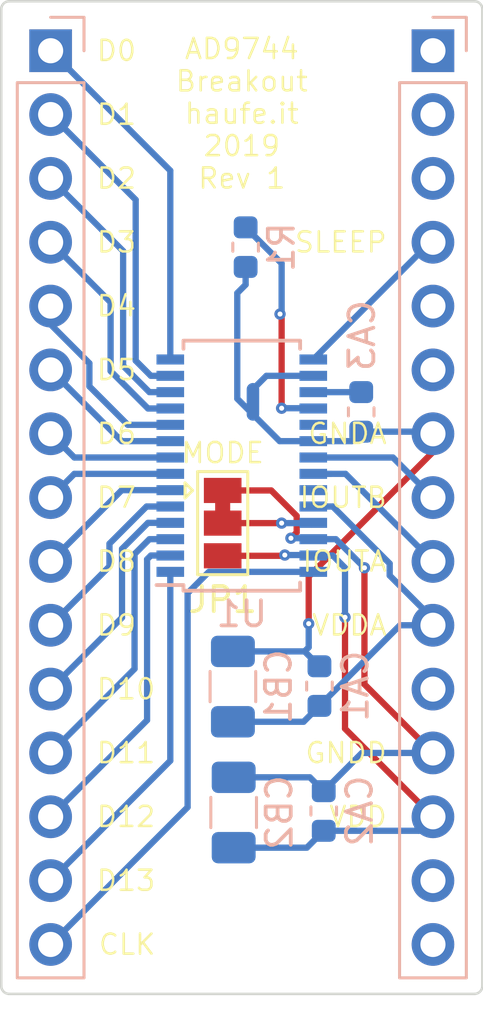
<source format=kicad_pcb>
(kicad_pcb (version 20171130) (host pcbnew 5.1.2+dfsg1-1)

  (general
    (thickness 1.6002)
    (drawings 32)
    (tracks 137)
    (zones 0)
    (modules 11)
    (nets 27)
  )

  (page A4)
  (title_block
    (title "AD9744 Breakout")
    (date 2019-08-01)
    (rev 1)
    (company haufe.it)
  )

  (layers
    (0 Front signal)
    (31 Back signal)
    (34 B.Paste user)
    (35 F.Paste user)
    (36 B.SilkS user)
    (37 F.SilkS user)
    (38 B.Mask user)
    (39 F.Mask user)
    (44 Edge.Cuts user)
    (45 Margin user)
    (46 B.CrtYd user)
    (47 F.CrtYd user)
    (48 B.Fab user)
    (49 F.Fab user)
  )

  (setup
    (last_trace_width 0.25)
    (user_trace_width 0.1)
    (user_trace_width 0.2)
    (user_trace_width 0.5)
    (trace_clearance 0.25)
    (zone_clearance 0.508)
    (zone_45_only no)
    (trace_min 0.1)
    (via_size 0.8)
    (via_drill 0.4)
    (via_min_size 0.45)
    (via_min_drill 0.2)
    (user_via 0.45 0.2)
    (user_via 0.8 0.4)
    (uvia_size 0.8)
    (uvia_drill 0.4)
    (uvias_allowed no)
    (uvia_min_size 0)
    (uvia_min_drill 0)
    (edge_width 0.1)
    (segment_width 0.1)
    (pcb_text_width 0.3)
    (pcb_text_size 1.5 1.5)
    (mod_edge_width 0.1)
    (mod_text_size 0.8 0.8)
    (mod_text_width 0.1)
    (pad_size 1.524 1.524)
    (pad_drill 0.762)
    (pad_to_mask_clearance 0)
    (solder_mask_min_width 0.1)
    (aux_axis_origin 0 0)
    (grid_origin 144.78 106.51)
    (visible_elements FFFFFF7F)
    (pcbplotparams
      (layerselection 0x010fc_ffffffff)
      (usegerberextensions false)
      (usegerberattributes false)
      (usegerberadvancedattributes false)
      (creategerberjobfile false)
      (excludeedgelayer true)
      (linewidth 0.152400)
      (plotframeref false)
      (viasonmask false)
      (mode 1)
      (useauxorigin false)
      (hpglpennumber 1)
      (hpglpenspeed 20)
      (hpglpendiameter 15.000000)
      (psnegative false)
      (psa4output false)
      (plotreference true)
      (plotvalue false)
      (plotinvisibletext false)
      (padsonsilk false)
      (subtractmaskfromsilk true)
      (outputformat 1)
      (mirror false)
      (drillshape 0)
      (scaleselection 1)
      (outputdirectory "./gerbers_for_aisler"))
  )

  (net 0 "")
  (net 1 GNDD)
  (net 2 GNDA)
  (net 3 VDD)
  (net 4 VDDA)
  (net 5 /CLK)
  (net 6 /MODE)
  (net 7 /IOUTA)
  (net 8 /IOUTB)
  (net 9 /FS_ADJ)
  (net 10 /REFIO)
  (net 11 /REFLO)
  (net 12 /D0)
  (net 13 /D1)
  (net 14 /D2)
  (net 15 /D3)
  (net 16 /D4)
  (net 17 /D5)
  (net 18 /D6)
  (net 19 /D7)
  (net 20 /D8)
  (net 21 /D9)
  (net 22 /D10)
  (net 23 /D11)
  (net 24 /D12)
  (net 25 /D13)
  (net 26 /SLEEP)

  (net_class Default "This is the default net class."
    (clearance 0.25)
    (trace_width 0.25)
    (via_dia 0.8)
    (via_drill 0.4)
    (uvia_dia 0.8)
    (uvia_drill 0.4)
    (diff_pair_width 0.25)
    (diff_pair_gap 0.25)
    (add_net /CLK)
    (add_net /D0)
    (add_net /D1)
    (add_net /D10)
    (add_net /D11)
    (add_net /D12)
    (add_net /D13)
    (add_net /D2)
    (add_net /D3)
    (add_net /D4)
    (add_net /D5)
    (add_net /D6)
    (add_net /D7)
    (add_net /D8)
    (add_net /D9)
    (add_net /FS_ADJ)
    (add_net /IOUTA)
    (add_net /IOUTB)
    (add_net /MODE)
    (add_net /REFIO)
    (add_net /REFLO)
    (add_net /SLEEP)
    (add_net GNDA)
    (add_net GNDD)
    (add_net VDD)
    (add_net VDDA)
  )

  (net_class Min ""
    (clearance 0.1)
    (trace_width 0.1)
    (via_dia 0.45)
    (via_drill 0.2)
    (uvia_dia 0.45)
    (uvia_drill 0.2)
    (diff_pair_width 0.12)
    (diff_pair_gap 0.12)
  )

  (module NetTie:NetTie-2_SMD_Pad0.5mm (layer Back) (tedit 5D42D71B) (tstamp 5D42D693)
    (at 145.2245 103.97 270)
    (descr "Net tie, 2 pin, 0.5mm square SMD pads")
    (tags "net tie")
    (path /5D46ED50)
    (attr virtual)
    (fp_text reference NT1 (at 0 1.2 90) (layer B.SilkS) hide
      (effects (font (size 1 1) (thickness 0.15)) (justify mirror))
    )
    (fp_text value ~ (at 0 -1.2 90) (layer B.Fab)
      (effects (font (size 1 1) (thickness 0.15)) (justify mirror))
    )
    (fp_poly (pts (xy -0.5 0.25) (xy 0.5 0.25) (xy 0.5 -0.25) (xy -0.5 -0.25)) (layer Back) (width 0))
    (pad 2 smd circle (at 0.5 0 270) (size 0.5 0.5) (layers Back)
      (net 2 GNDA))
    (pad 1 smd circle (at -0.5 0 270) (size 0.5 0.5) (layers Back)
      (net 11 /REFLO))
  )

  (module Resistor_SMD:R_0603_1608Metric (layer Back) (tedit 5B301BBD) (tstamp 5D42CEFE)
    (at 144.9324 97.8154 90)
    (descr "Resistor SMD 0603 (1608 Metric), square (rectangular) end terminal, IPC_7351 nominal, (Body size source: http://www.tortai-tech.com/upload/download/2011102023233369053.pdf), generated with kicad-footprint-generator")
    (tags resistor)
    (path /5D44DC47)
    (attr smd)
    (fp_text reference R1 (at 0 1.43 90) (layer B.SilkS)
      (effects (font (size 1 1) (thickness 0.15)) (justify mirror))
    )
    (fp_text value 2k (at 0 1.447 90) (layer B.Fab)
      (effects (font (size 1 1) (thickness 0.15)) (justify mirror))
    )
    (fp_text user %R (at 0 0 90) (layer B.Fab)
      (effects (font (size 0.4 0.4) (thickness 0.06)) (justify mirror))
    )
    (fp_line (start 1.48 -0.73) (end -1.48 -0.73) (layer B.CrtYd) (width 0.05))
    (fp_line (start 1.48 0.73) (end 1.48 -0.73) (layer B.CrtYd) (width 0.05))
    (fp_line (start -1.48 0.73) (end 1.48 0.73) (layer B.CrtYd) (width 0.05))
    (fp_line (start -1.48 -0.73) (end -1.48 0.73) (layer B.CrtYd) (width 0.05))
    (fp_line (start -0.162779 -0.51) (end 0.162779 -0.51) (layer B.SilkS) (width 0.12))
    (fp_line (start -0.162779 0.51) (end 0.162779 0.51) (layer B.SilkS) (width 0.12))
    (fp_line (start 0.8 -0.4) (end -0.8 -0.4) (layer B.Fab) (width 0.1))
    (fp_line (start 0.8 0.4) (end 0.8 -0.4) (layer B.Fab) (width 0.1))
    (fp_line (start -0.8 0.4) (end 0.8 0.4) (layer B.Fab) (width 0.1))
    (fp_line (start -0.8 -0.4) (end -0.8 0.4) (layer B.Fab) (width 0.1))
    (pad 2 smd roundrect (at 0.7875 0 90) (size 0.875 0.95) (layers Back B.Paste B.Mask) (roundrect_rratio 0.25)
      (net 9 /FS_ADJ))
    (pad 1 smd roundrect (at -0.7875 0 90) (size 0.875 0.95) (layers Back B.Paste B.Mask) (roundrect_rratio 0.25)
      (net 2 GNDA))
    (model ${KISYS3DMOD}/Resistor_SMD.3dshapes/R_0603_1608Metric.wrl
      (at (xyz 0 0 0))
      (scale (xyz 1 1 1))
      (rotate (xyz 0 0 0))
    )
  )

  (module Connector_PinHeader_2.54mm:PinHeader_1x15_P2.54mm_Vertical locked (layer Back) (tedit 59FED5CC) (tstamp 5D41AA25)
    (at 152.4 90 180)
    (descr "Through hole straight pin header, 1x15, 2.54mm pitch, single row")
    (tags "Through hole pin header THT 1x15 2.54mm single row")
    (path /5D42D229)
    (fp_text reference J2 (at 0 2.33) (layer B.SilkS) hide
      (effects (font (size 1 1) (thickness 0.15)) (justify mirror))
    )
    (fp_text value ~ (at 0 -35.35) (layer B.Fab)
      (effects (font (size 1 1) (thickness 0.15)) (justify mirror))
    )
    (fp_text user %R (at 0 -16.51 270) (layer B.Fab)
      (effects (font (size 1 1) (thickness 0.15)) (justify mirror))
    )
    (fp_line (start 1.8 1.8) (end -1.8 1.8) (layer B.CrtYd) (width 0.05))
    (fp_line (start 1.8 -37.35) (end 1.8 1.8) (layer B.CrtYd) (width 0.05))
    (fp_line (start -1.8 -37.35) (end 1.8 -37.35) (layer B.CrtYd) (width 0.05))
    (fp_line (start -1.8 1.8) (end -1.8 -37.35) (layer B.CrtYd) (width 0.05))
    (fp_line (start -1.33 1.33) (end 0 1.33) (layer B.SilkS) (width 0.12))
    (fp_line (start -1.33 0) (end -1.33 1.33) (layer B.SilkS) (width 0.12))
    (fp_line (start -1.33 -1.27) (end 1.33 -1.27) (layer B.SilkS) (width 0.12))
    (fp_line (start 1.33 -1.27) (end 1.33 -36.89) (layer B.SilkS) (width 0.12))
    (fp_line (start -1.33 -1.27) (end -1.33 -36.89) (layer B.SilkS) (width 0.12))
    (fp_line (start -1.33 -36.89) (end 1.33 -36.89) (layer B.SilkS) (width 0.12))
    (fp_line (start -1.27 0.635) (end -0.635 1.27) (layer B.Fab) (width 0.1))
    (fp_line (start -1.27 -36.83) (end -1.27 0.635) (layer B.Fab) (width 0.1))
    (fp_line (start 1.27 -36.83) (end -1.27 -36.83) (layer B.Fab) (width 0.1))
    (fp_line (start 1.27 1.27) (end 1.27 -36.83) (layer B.Fab) (width 0.1))
    (fp_line (start -0.635 1.27) (end 1.27 1.27) (layer B.Fab) (width 0.1))
    (pad 15 thru_hole oval (at 0 -35.56 180) (size 1.7 1.7) (drill 1) (layers *.Cu *.Mask))
    (pad 14 thru_hole oval (at 0 -33.02 180) (size 1.7 1.7) (drill 1) (layers *.Cu *.Mask))
    (pad 13 thru_hole oval (at 0 -30.48 180) (size 1.7 1.7) (drill 1) (layers *.Cu *.Mask)
      (net 3 VDD))
    (pad 12 thru_hole oval (at 0 -27.94 180) (size 1.7 1.7) (drill 1) (layers *.Cu *.Mask)
      (net 1 GNDD))
    (pad 11 thru_hole oval (at 0 -25.4 180) (size 1.7 1.7) (drill 1) (layers *.Cu *.Mask))
    (pad 10 thru_hole oval (at 0 -22.86 180) (size 1.7 1.7) (drill 1) (layers *.Cu *.Mask)
      (net 4 VDDA))
    (pad 9 thru_hole oval (at 0 -20.32 180) (size 1.7 1.7) (drill 1) (layers *.Cu *.Mask)
      (net 7 /IOUTA))
    (pad 8 thru_hole oval (at 0 -17.78 180) (size 1.7 1.7) (drill 1) (layers *.Cu *.Mask)
      (net 8 /IOUTB))
    (pad 7 thru_hole oval (at 0 -15.24 180) (size 1.7 1.7) (drill 1) (layers *.Cu *.Mask)
      (net 2 GNDA))
    (pad 6 thru_hole oval (at 0 -12.7 180) (size 1.7 1.7) (drill 1) (layers *.Cu *.Mask))
    (pad 5 thru_hole oval (at 0 -10.16 180) (size 1.7 1.7) (drill 1) (layers *.Cu *.Mask))
    (pad 4 thru_hole oval (at 0 -7.62 180) (size 1.7 1.7) (drill 1) (layers *.Cu *.Mask)
      (net 26 /SLEEP))
    (pad 3 thru_hole oval (at 0 -5.08 180) (size 1.7 1.7) (drill 1) (layers *.Cu *.Mask))
    (pad 2 thru_hole oval (at 0 -2.54 180) (size 1.7 1.7) (drill 1) (layers *.Cu *.Mask))
    (pad 1 thru_hole rect (at 0 0 180) (size 1.7 1.7) (drill 1) (layers *.Cu *.Mask))
    (model ${KISYS3DMOD}/Connector_PinHeader_2.54mm.3dshapes/PinHeader_1x15_P2.54mm_Vertical.wrl
      (at (xyz 0 0 0))
      (scale (xyz 1 1 1))
      (rotate (xyz 0 0 0))
    )
  )

  (module Jumper:SolderJumper-3_P1.3mm_Bridged12_Pad1.0x1.5mm (layer Front) (tedit 5C756B4C) (tstamp 5D42C0C5)
    (at 144.018 108.796 270)
    (descr "SMD Solder 3-pad Jumper, 1x1.5mm Pads, 0.3mm gap, pads 1-2 bridged with 1 copper strip")
    (tags "solder jumper open")
    (path /5D4340FD)
    (attr virtual)
    (fp_text reference JP1 (at 3.048 0 180) (layer F.SilkS)
      (effects (font (size 1 1) (thickness 0.15)))
    )
    (fp_text value SolderJumper_3_Bridged12 (at 0 2 90) (layer F.Fab) hide
      (effects (font (size 1 1) (thickness 0.15)))
    )
    (fp_poly (pts (xy -0.9 -0.3) (xy -0.4 -0.3) (xy -0.4 0.3) (xy -0.9 0.3)) (layer Front) (width 0))
    (fp_line (start 2.3 1.25) (end -2.3 1.25) (layer F.CrtYd) (width 0.05))
    (fp_line (start 2.3 1.25) (end 2.3 -1.25) (layer F.CrtYd) (width 0.05))
    (fp_line (start -2.3 -1.25) (end -2.3 1.25) (layer F.CrtYd) (width 0.05))
    (fp_line (start -2.3 -1.25) (end 2.3 -1.25) (layer F.CrtYd) (width 0.05))
    (fp_line (start -2.05 -1) (end 2.05 -1) (layer F.SilkS) (width 0.12))
    (fp_line (start 2.05 -1) (end 2.05 1) (layer F.SilkS) (width 0.12))
    (fp_line (start 2.05 1) (end -2.05 1) (layer F.SilkS) (width 0.12))
    (fp_line (start -2.05 1) (end -2.05 -1) (layer F.SilkS) (width 0.12))
    (fp_line (start -1.3 1.2) (end -1.6 1.5) (layer F.SilkS) (width 0.12))
    (fp_line (start -1.6 1.5) (end -1 1.5) (layer F.SilkS) (width 0.12))
    (fp_line (start -1.3 1.2) (end -1 1.5) (layer F.SilkS) (width 0.12))
    (pad 2 smd rect (at 0 0 270) (size 1 1.5) (layers Front F.Mask)
      (net 6 /MODE))
    (pad 3 smd rect (at 1.3 0 270) (size 1 1.5) (layers Front F.Mask)
      (net 3 VDD))
    (pad 1 smd rect (at -1.3 0 270) (size 1 1.5) (layers Front F.Mask)
      (net 1 GNDD))
  )

  (module Capacitor_SMD:C_0603_1608Metric (layer Back) (tedit 5B301BBE) (tstamp 5D41C862)
    (at 149.54 104.37 90)
    (descr "Capacitor SMD 0603 (1608 Metric), square (rectangular) end terminal, IPC_7351 nominal, (Body size source: http://www.tortai-tech.com/upload/download/2011102023233369053.pdf), generated with kicad-footprint-generator")
    (tags capacitor)
    (path /5D46B27F)
    (attr smd)
    (fp_text reference CA3 (at 3.04 0.03 90) (layer B.SilkS)
      (effects (font (size 1 1) (thickness 0.15)) (justify mirror))
    )
    (fp_text value 100n (at 0 -1.43 90) (layer B.Fab)
      (effects (font (size 1 1) (thickness 0.15)) (justify mirror))
    )
    (fp_text user %R (at 0 0 90) (layer B.Fab)
      (effects (font (size 0.4 0.4) (thickness 0.06)) (justify mirror))
    )
    (fp_line (start 1.48 -0.73) (end -1.48 -0.73) (layer B.CrtYd) (width 0.05))
    (fp_line (start 1.48 0.73) (end 1.48 -0.73) (layer B.CrtYd) (width 0.05))
    (fp_line (start -1.48 0.73) (end 1.48 0.73) (layer B.CrtYd) (width 0.05))
    (fp_line (start -1.48 -0.73) (end -1.48 0.73) (layer B.CrtYd) (width 0.05))
    (fp_line (start -0.162779 -0.51) (end 0.162779 -0.51) (layer B.SilkS) (width 0.12))
    (fp_line (start -0.162779 0.51) (end 0.162779 0.51) (layer B.SilkS) (width 0.12))
    (fp_line (start 0.8 -0.4) (end -0.8 -0.4) (layer B.Fab) (width 0.1))
    (fp_line (start 0.8 0.4) (end 0.8 -0.4) (layer B.Fab) (width 0.1))
    (fp_line (start -0.8 0.4) (end 0.8 0.4) (layer B.Fab) (width 0.1))
    (fp_line (start -0.8 -0.4) (end -0.8 0.4) (layer B.Fab) (width 0.1))
    (pad 2 smd roundrect (at 0.7875 0 90) (size 0.875 0.95) (layers Back B.Paste B.Mask) (roundrect_rratio 0.25)
      (net 10 /REFIO))
    (pad 1 smd roundrect (at -0.7875 0 90) (size 0.875 0.95) (layers Back B.Paste B.Mask) (roundrect_rratio 0.25)
      (net 2 GNDA))
    (model ${KISYS3DMOD}/Capacitor_SMD.3dshapes/C_0603_1608Metric.wrl
      (at (xyz 0 0 0))
      (scale (xyz 1 1 1))
      (rotate (xyz 0 0 0))
    )
  )

  (module Connector_PinHeader_2.54mm:PinHeader_1x15_P2.54mm_Vertical locked (layer Back) (tedit 59FED5CC) (tstamp 5D41B7D4)
    (at 137.16 90 180)
    (descr "Through hole straight pin header, 1x15, 2.54mm pitch, single row")
    (tags "Through hole pin header THT 1x15 2.54mm single row")
    (path /5D45B187)
    (fp_text reference J1 (at 0 2.33) (layer B.SilkS) hide
      (effects (font (size 1 1) (thickness 0.15)) (justify mirror))
    )
    (fp_text value ~ (at 0 -37.89) (layer B.Fab)
      (effects (font (size 1 1) (thickness 0.15)) (justify mirror))
    )
    (fp_text user %R (at 0 -17.78 270) (layer B.Fab)
      (effects (font (size 1 1) (thickness 0.15)) (justify mirror))
    )
    (fp_line (start 1.8 1.8) (end -1.8 1.8) (layer B.CrtYd) (width 0.05))
    (fp_line (start 1.8 -37.35) (end 1.8 1.8) (layer B.CrtYd) (width 0.05))
    (fp_line (start -1.8 -37.35) (end 1.8 -37.35) (layer B.CrtYd) (width 0.05))
    (fp_line (start -1.8 1.8) (end -1.8 -37.35) (layer B.CrtYd) (width 0.05))
    (fp_line (start -1.33 1.33) (end 0 1.33) (layer B.SilkS) (width 0.12))
    (fp_line (start -1.33 0) (end -1.33 1.33) (layer B.SilkS) (width 0.12))
    (fp_line (start -1.33 -1.27) (end 1.33 -1.27) (layer B.SilkS) (width 0.12))
    (fp_line (start 1.33 -1.27) (end 1.33 -36.89) (layer B.SilkS) (width 0.12))
    (fp_line (start -1.33 -1.27) (end -1.33 -36.89) (layer B.SilkS) (width 0.12))
    (fp_line (start -1.33 -36.89) (end 1.33 -36.89) (layer B.SilkS) (width 0.12))
    (fp_line (start -1.27 0.635) (end -0.635 1.27) (layer B.Fab) (width 0.1))
    (fp_line (start -1.27 -36.83) (end -1.27 0.635) (layer B.Fab) (width 0.1))
    (fp_line (start 1.27 -36.83) (end -1.27 -36.83) (layer B.Fab) (width 0.1))
    (fp_line (start 1.27 1.27) (end 1.27 -36.83) (layer B.Fab) (width 0.1))
    (fp_line (start -0.635 1.27) (end 1.27 1.27) (layer B.Fab) (width 0.1))
    (pad 15 thru_hole oval (at 0 -35.56 180) (size 1.7 1.7) (drill 1) (layers *.Cu *.Mask)
      (net 5 /CLK))
    (pad 14 thru_hole oval (at 0 -33.02 180) (size 1.7 1.7) (drill 1) (layers *.Cu *.Mask)
      (net 25 /D13))
    (pad 13 thru_hole oval (at 0 -30.48 180) (size 1.7 1.7) (drill 1) (layers *.Cu *.Mask)
      (net 24 /D12))
    (pad 12 thru_hole oval (at 0 -27.94 180) (size 1.7 1.7) (drill 1) (layers *.Cu *.Mask)
      (net 23 /D11))
    (pad 11 thru_hole oval (at 0 -25.4 180) (size 1.7 1.7) (drill 1) (layers *.Cu *.Mask)
      (net 22 /D10))
    (pad 10 thru_hole oval (at 0 -22.86 180) (size 1.7 1.7) (drill 1) (layers *.Cu *.Mask)
      (net 21 /D9))
    (pad 9 thru_hole oval (at 0 -20.32 180) (size 1.7 1.7) (drill 1) (layers *.Cu *.Mask)
      (net 20 /D8))
    (pad 8 thru_hole oval (at 0 -17.78 180) (size 1.7 1.7) (drill 1) (layers *.Cu *.Mask)
      (net 19 /D7))
    (pad 7 thru_hole oval (at 0 -15.24 180) (size 1.7 1.7) (drill 1) (layers *.Cu *.Mask)
      (net 18 /D6))
    (pad 6 thru_hole oval (at 0 -12.7 180) (size 1.7 1.7) (drill 1) (layers *.Cu *.Mask)
      (net 17 /D5))
    (pad 5 thru_hole oval (at 0 -10.16 180) (size 1.7 1.7) (drill 1) (layers *.Cu *.Mask)
      (net 16 /D4))
    (pad 4 thru_hole oval (at 0 -7.62 180) (size 1.7 1.7) (drill 1) (layers *.Cu *.Mask)
      (net 15 /D3))
    (pad 3 thru_hole oval (at 0 -5.08 180) (size 1.7 1.7) (drill 1) (layers *.Cu *.Mask)
      (net 14 /D2))
    (pad 2 thru_hole oval (at 0 -2.54 180) (size 1.7 1.7) (drill 1) (layers *.Cu *.Mask)
      (net 13 /D1))
    (pad 1 thru_hole rect (at 0 0 180) (size 1.7 1.7) (drill 1) (layers *.Cu *.Mask)
      (net 12 /D0))
    (model ${KISYS3DMOD}/Connector_PinHeader_2.54mm.3dshapes/PinHeader_1x15_P2.54mm_Vertical.wrl
      (at (xyz 0 0 0))
      (scale (xyz 1 1 1))
      (rotate (xyz 0 0 0))
    )
  )

  (module Capacitor_SMD:C_1206_3216Metric (layer Back) (tedit 5B301BBE) (tstamp 5D41D04F)
    (at 144.4556 120.31 90)
    (descr "Capacitor SMD 1206 (3216 Metric), square (rectangular) end terminal, IPC_7351 nominal, (Body size source: http://www.tortai-tech.com/upload/download/2011102023233369053.pdf), generated with kicad-footprint-generator")
    (tags capacitor)
    (path /5D43626E)
    (attr smd)
    (fp_text reference CB2 (at 0 1.82 270) (layer B.SilkS)
      (effects (font (size 1 1) (thickness 0.15)) (justify mirror))
    )
    (fp_text value 10u (at -0.05 1.84 270) (layer B.Fab)
      (effects (font (size 1 1) (thickness 0.15)) (justify mirror))
    )
    (fp_text user %R (at 0 0 270) (layer B.Fab)
      (effects (font (size 0.8 0.8) (thickness 0.12)) (justify mirror))
    )
    (fp_line (start 2.28 -1.12) (end -2.28 -1.12) (layer B.CrtYd) (width 0.05))
    (fp_line (start 2.28 1.12) (end 2.28 -1.12) (layer B.CrtYd) (width 0.05))
    (fp_line (start -2.28 1.12) (end 2.28 1.12) (layer B.CrtYd) (width 0.05))
    (fp_line (start -2.28 -1.12) (end -2.28 1.12) (layer B.CrtYd) (width 0.05))
    (fp_line (start -0.602064 -0.91) (end 0.602064 -0.91) (layer B.SilkS) (width 0.12))
    (fp_line (start -0.602064 0.91) (end 0.602064 0.91) (layer B.SilkS) (width 0.12))
    (fp_line (start 1.6 -0.8) (end -1.6 -0.8) (layer B.Fab) (width 0.1))
    (fp_line (start 1.6 0.8) (end 1.6 -0.8) (layer B.Fab) (width 0.1))
    (fp_line (start -1.6 0.8) (end 1.6 0.8) (layer B.Fab) (width 0.1))
    (fp_line (start -1.6 -0.8) (end -1.6 0.8) (layer B.Fab) (width 0.1))
    (pad 2 smd roundrect (at 1.4 0 90) (size 1.25 1.75) (layers Back B.Paste B.Mask) (roundrect_rratio 0.2)
      (net 1 GNDD))
    (pad 1 smd roundrect (at -1.4 0 90) (size 1.25 1.75) (layers Back B.Paste B.Mask) (roundrect_rratio 0.2)
      (net 3 VDD))
    (model ${KISYS3DMOD}/Capacitor_SMD.3dshapes/C_1206_3216Metric.wrl
      (at (xyz 0 0 0))
      (scale (xyz 1 1 1))
      (rotate (xyz 0 0 0))
    )
  )

  (module Capacitor_SMD:C_1206_3216Metric (layer Back) (tedit 5B301BBE) (tstamp 5D41D01F)
    (at 144.4256 115.3 90)
    (descr "Capacitor SMD 1206 (3216 Metric), square (rectangular) end terminal, IPC_7351 nominal, (Body size source: http://www.tortai-tech.com/upload/download/2011102023233369053.pdf), generated with kicad-footprint-generator")
    (tags capacitor)
    (path /5D435E9A)
    (attr smd)
    (fp_text reference CB1 (at 0 1.82 270) (layer B.SilkS)
      (effects (font (size 1 1) (thickness 0.15)) (justify mirror))
    )
    (fp_text value 10u (at -0.02 1.83 270) (layer B.Fab)
      (effects (font (size 1 1) (thickness 0.15)) (justify mirror))
    )
    (fp_text user %R (at -0.02 -0.03 270) (layer B.Fab)
      (effects (font (size 0.8 0.8) (thickness 0.12)) (justify mirror))
    )
    (fp_line (start 2.28 -1.12) (end -2.28 -1.12) (layer B.CrtYd) (width 0.05))
    (fp_line (start 2.28 1.12) (end 2.28 -1.12) (layer B.CrtYd) (width 0.05))
    (fp_line (start -2.28 1.12) (end 2.28 1.12) (layer B.CrtYd) (width 0.05))
    (fp_line (start -2.28 -1.12) (end -2.28 1.12) (layer B.CrtYd) (width 0.05))
    (fp_line (start -0.602064 -0.91) (end 0.602064 -0.91) (layer B.SilkS) (width 0.12))
    (fp_line (start -0.602064 0.91) (end 0.602064 0.91) (layer B.SilkS) (width 0.12))
    (fp_line (start 1.6 -0.8) (end -1.6 -0.8) (layer B.Fab) (width 0.1))
    (fp_line (start 1.6 0.8) (end 1.6 -0.8) (layer B.Fab) (width 0.1))
    (fp_line (start -1.6 0.8) (end 1.6 0.8) (layer B.Fab) (width 0.1))
    (fp_line (start -1.6 -0.8) (end -1.6 0.8) (layer B.Fab) (width 0.1))
    (pad 2 smd roundrect (at 1.4 0 90) (size 1.25 1.75) (layers Back B.Paste B.Mask) (roundrect_rratio 0.2)
      (net 2 GNDA))
    (pad 1 smd roundrect (at -1.4 0 90) (size 1.25 1.75) (layers Back B.Paste B.Mask) (roundrect_rratio 0.2)
      (net 4 VDDA))
    (model ${KISYS3DMOD}/Capacitor_SMD.3dshapes/C_1206_3216Metric.wrl
      (at (xyz 0 0 0))
      (scale (xyz 1 1 1))
      (rotate (xyz 0 0 0))
    )
  )

  (module Capacitor_SMD:C_0603_1608Metric (layer Back) (tedit 5B301BBE) (tstamp 5D41D07F)
    (at 148.0456 120.25 90)
    (descr "Capacitor SMD 0603 (1608 Metric), square (rectangular) end terminal, IPC_7351 nominal, (Body size source: http://www.tortai-tech.com/upload/download/2011102023233369053.pdf), generated with kicad-footprint-generator")
    (tags capacitor)
    (path /5D43608D)
    (attr smd)
    (fp_text reference CA2 (at 0 1.43 270) (layer B.SilkS)
      (effects (font (size 1 1) (thickness 0.15)) (justify mirror))
    )
    (fp_text value 100n (at -0.01 1.43 270) (layer B.Fab)
      (effects (font (size 1 1) (thickness 0.15)) (justify mirror))
    )
    (fp_text user %R (at 0 0 270) (layer B.Fab)
      (effects (font (size 0.4 0.4) (thickness 0.06)) (justify mirror))
    )
    (fp_line (start 1.48 -0.73) (end -1.48 -0.73) (layer B.CrtYd) (width 0.05))
    (fp_line (start 1.48 0.73) (end 1.48 -0.73) (layer B.CrtYd) (width 0.05))
    (fp_line (start -1.48 0.73) (end 1.48 0.73) (layer B.CrtYd) (width 0.05))
    (fp_line (start -1.48 -0.73) (end -1.48 0.73) (layer B.CrtYd) (width 0.05))
    (fp_line (start -0.162779 -0.51) (end 0.162779 -0.51) (layer B.SilkS) (width 0.12))
    (fp_line (start -0.162779 0.51) (end 0.162779 0.51) (layer B.SilkS) (width 0.12))
    (fp_line (start 0.8 -0.4) (end -0.8 -0.4) (layer B.Fab) (width 0.1))
    (fp_line (start 0.8 0.4) (end 0.8 -0.4) (layer B.Fab) (width 0.1))
    (fp_line (start -0.8 0.4) (end 0.8 0.4) (layer B.Fab) (width 0.1))
    (fp_line (start -0.8 -0.4) (end -0.8 0.4) (layer B.Fab) (width 0.1))
    (pad 2 smd roundrect (at 0.7875 0 90) (size 0.875 0.95) (layers Back B.Paste B.Mask) (roundrect_rratio 0.25)
      (net 1 GNDD))
    (pad 1 smd roundrect (at -0.7875 0 90) (size 0.875 0.95) (layers Back B.Paste B.Mask) (roundrect_rratio 0.25)
      (net 3 VDD))
    (model ${KISYS3DMOD}/Capacitor_SMD.3dshapes/C_0603_1608Metric.wrl
      (at (xyz 0 0 0))
      (scale (xyz 1 1 1))
      (rotate (xyz 0 0 0))
    )
  )

  (module Capacitor_SMD:C_0603_1608Metric (layer Back) (tedit 5B301BBE) (tstamp 5D41CFEF)
    (at 147.8756 115.28 90)
    (descr "Capacitor SMD 0603 (1608 Metric), square (rectangular) end terminal, IPC_7351 nominal, (Body size source: http://www.tortai-tech.com/upload/download/2011102023233369053.pdf), generated with kicad-footprint-generator")
    (tags capacitor)
    (path /5D435A43)
    (attr smd)
    (fp_text reference CA1 (at 0 1.43 270) (layer B.SilkS)
      (effects (font (size 1 1) (thickness 0.15)) (justify mirror))
    )
    (fp_text value 100n (at -0.01 1.45 270) (layer B.Fab)
      (effects (font (size 1 1) (thickness 0.15)) (justify mirror))
    )
    (fp_text user %R (at 0 0 270) (layer B.Fab)
      (effects (font (size 0.4 0.4) (thickness 0.06)) (justify mirror))
    )
    (fp_line (start 1.48 -0.73) (end -1.48 -0.73) (layer B.CrtYd) (width 0.05))
    (fp_line (start 1.48 0.73) (end 1.48 -0.73) (layer B.CrtYd) (width 0.05))
    (fp_line (start -1.48 0.73) (end 1.48 0.73) (layer B.CrtYd) (width 0.05))
    (fp_line (start -1.48 -0.73) (end -1.48 0.73) (layer B.CrtYd) (width 0.05))
    (fp_line (start -0.162779 -0.51) (end 0.162779 -0.51) (layer B.SilkS) (width 0.12))
    (fp_line (start -0.162779 0.51) (end 0.162779 0.51) (layer B.SilkS) (width 0.12))
    (fp_line (start 0.8 -0.4) (end -0.8 -0.4) (layer B.Fab) (width 0.1))
    (fp_line (start 0.8 0.4) (end 0.8 -0.4) (layer B.Fab) (width 0.1))
    (fp_line (start -0.8 0.4) (end 0.8 0.4) (layer B.Fab) (width 0.1))
    (fp_line (start -0.8 -0.4) (end -0.8 0.4) (layer B.Fab) (width 0.1))
    (pad 2 smd roundrect (at 0.7875 0 90) (size 0.875 0.95) (layers Back B.Paste B.Mask) (roundrect_rratio 0.25)
      (net 2 GNDA))
    (pad 1 smd roundrect (at -0.7875 0 90) (size 0.875 0.95) (layers Back B.Paste B.Mask) (roundrect_rratio 0.25)
      (net 4 VDDA))
    (model ${KISYS3DMOD}/Capacitor_SMD.3dshapes/C_0603_1608Metric.wrl
      (at (xyz 0 0 0))
      (scale (xyz 1 1 1))
      (rotate (xyz 0 0 0))
    )
  )

  (module Package_SO:TSSOP-28_4.4x9.7mm_P0.65mm locked (layer Back) (tedit 5A02F25C) (tstamp 5D42D263)
    (at 144.78 106.51)
    (descr "TSSOP28: plastic thin shrink small outline package; 28 leads; body width 4.4 mm; (see NXP SSOP-TSSOP-VSO-REFLOW.pdf and sot361-1_po.pdf)")
    (tags "SSOP 0.65")
    (path /5D417B33)
    (attr smd)
    (fp_text reference U1 (at 0 5.9) (layer B.SilkS)
      (effects (font (size 1 1) (thickness 0.15)) (justify mirror))
    )
    (fp_text value AD9744 (at 0 -5.9) (layer B.Fab)
      (effects (font (size 1 1) (thickness 0.15)) (justify mirror))
    )
    (fp_text user %R (at 0 0) (layer B.Fab)
      (effects (font (size 0.8 0.8) (thickness 0.15)) (justify mirror))
    )
    (fp_line (start -2.325 4.75) (end -3.4 4.75) (layer B.SilkS) (width 0.15))
    (fp_line (start -2.325 -4.975) (end 2.325 -4.975) (layer B.SilkS) (width 0.15))
    (fp_line (start -2.325 4.975) (end 2.325 4.975) (layer B.SilkS) (width 0.15))
    (fp_line (start -2.325 -4.975) (end -2.325 -4.65) (layer B.SilkS) (width 0.15))
    (fp_line (start 2.325 -4.975) (end 2.325 -4.65) (layer B.SilkS) (width 0.15))
    (fp_line (start 2.325 4.975) (end 2.325 4.65) (layer B.SilkS) (width 0.15))
    (fp_line (start -2.325 4.975) (end -2.325 4.75) (layer B.SilkS) (width 0.15))
    (fp_line (start -3.65 -5.15) (end 3.65 -5.15) (layer B.CrtYd) (width 0.05))
    (fp_line (start -3.65 5.15) (end 3.65 5.15) (layer B.CrtYd) (width 0.05))
    (fp_line (start 3.65 5.15) (end 3.65 -5.15) (layer B.CrtYd) (width 0.05))
    (fp_line (start -3.65 5.15) (end -3.65 -5.15) (layer B.CrtYd) (width 0.05))
    (fp_line (start -2.2 3.85) (end -1.2 4.85) (layer B.Fab) (width 0.15))
    (fp_line (start -2.2 -4.85) (end -2.2 3.85) (layer B.Fab) (width 0.15))
    (fp_line (start 2.2 -4.85) (end -2.2 -4.85) (layer B.Fab) (width 0.15))
    (fp_line (start 2.2 4.85) (end 2.2 -4.85) (layer B.Fab) (width 0.15))
    (fp_line (start -1.2 4.85) (end 2.2 4.85) (layer B.Fab) (width 0.15))
    (pad 28 smd rect (at 2.85 4.225) (size 1.1 0.4) (layers Back B.Paste B.Mask)
      (net 5 /CLK))
    (pad 27 smd rect (at 2.85 3.575) (size 1.1 0.4) (layers Back B.Paste B.Mask)
      (net 3 VDD))
    (pad 26 smd rect (at 2.85 2.925) (size 1.1 0.4) (layers Back B.Paste B.Mask)
      (net 1 GNDD))
    (pad 25 smd rect (at 2.85 2.275) (size 1.1 0.4) (layers Back B.Paste B.Mask)
      (net 6 /MODE))
    (pad 24 smd rect (at 2.85 1.625) (size 1.1 0.4) (layers Back B.Paste B.Mask)
      (net 4 VDDA))
    (pad 23 smd rect (at 2.85 0.975) (size 1.1 0.4) (layers Back B.Paste B.Mask))
    (pad 22 smd rect (at 2.85 0.325) (size 1.1 0.4) (layers Back B.Paste B.Mask)
      (net 7 /IOUTA))
    (pad 21 smd rect (at 2.85 -0.325) (size 1.1 0.4) (layers Back B.Paste B.Mask)
      (net 8 /IOUTB))
    (pad 20 smd rect (at 2.85 -0.975) (size 1.1 0.4) (layers Back B.Paste B.Mask)
      (net 2 GNDA))
    (pad 19 smd rect (at 2.85 -1.625) (size 1.1 0.4) (layers Back B.Paste B.Mask))
    (pad 18 smd rect (at 2.85 -2.275) (size 1.1 0.4) (layers Back B.Paste B.Mask)
      (net 9 /FS_ADJ))
    (pad 17 smd rect (at 2.85 -2.925) (size 1.1 0.4) (layers Back B.Paste B.Mask)
      (net 10 /REFIO))
    (pad 16 smd rect (at 2.85 -3.575) (size 1.1 0.4) (layers Back B.Paste B.Mask)
      (net 11 /REFLO))
    (pad 15 smd rect (at 2.85 -4.225) (size 1.1 0.4) (layers Back B.Paste B.Mask)
      (net 26 /SLEEP))
    (pad 14 smd rect (at -2.85 -4.225) (size 1.1 0.4) (layers Back B.Paste B.Mask)
      (net 12 /D0))
    (pad 13 smd rect (at -2.85 -3.575) (size 1.1 0.4) (layers Back B.Paste B.Mask)
      (net 13 /D1))
    (pad 12 smd rect (at -2.85 -2.925) (size 1.1 0.4) (layers Back B.Paste B.Mask)
      (net 14 /D2))
    (pad 11 smd rect (at -2.85 -2.275) (size 1.1 0.4) (layers Back B.Paste B.Mask)
      (net 15 /D3))
    (pad 10 smd rect (at -2.85 -1.625) (size 1.1 0.4) (layers Back B.Paste B.Mask)
      (net 16 /D4))
    (pad 9 smd rect (at -2.85 -0.975) (size 1.1 0.4) (layers Back B.Paste B.Mask)
      (net 17 /D5))
    (pad 8 smd rect (at -2.85 -0.325) (size 1.1 0.4) (layers Back B.Paste B.Mask)
      (net 18 /D6))
    (pad 7 smd rect (at -2.85 0.325) (size 1.1 0.4) (layers Back B.Paste B.Mask)
      (net 19 /D7))
    (pad 6 smd rect (at -2.85 0.975) (size 1.1 0.4) (layers Back B.Paste B.Mask)
      (net 20 /D8))
    (pad 5 smd rect (at -2.85 1.625) (size 1.1 0.4) (layers Back B.Paste B.Mask)
      (net 21 /D9))
    (pad 4 smd rect (at -2.85 2.275) (size 1.1 0.4) (layers Back B.Paste B.Mask)
      (net 22 /D10))
    (pad 3 smd rect (at -2.85 2.925) (size 1.1 0.4) (layers Back B.Paste B.Mask)
      (net 23 /D11))
    (pad 2 smd rect (at -2.85 3.575) (size 1.1 0.4) (layers Back B.Paste B.Mask)
      (net 24 /D12))
    (pad 1 smd rect (at -2.85 4.225) (size 1.1 0.4) (layers Back B.Paste B.Mask)
      (net 25 /D13))
    (model ${KISYS3DMOD}/Package_SO.3dshapes/TSSOP-28_4.4x9.7mm_P0.65mm.wrl
      (at (xyz 0 0 0))
      (scale (xyz 1 1 1))
      (rotate (xyz 0 0 0))
    )
  )

  (gr_text MODE (at 144.018 106.002) (layer F.SilkS)
    (effects (font (size 0.8 0.8) (thickness 0.1)))
  )
  (gr_text VDD (at 150.622 120.48) (layer F.SilkS) (tstamp 5D435A80)
    (effects (font (size 0.8 0.8) (thickness 0.1)) (justify right))
  )
  (gr_text GNDD (at 150.622 117.94) (layer F.SilkS) (tstamp 5D435A7D)
    (effects (font (size 0.8 0.8) (thickness 0.1)) (justify right))
  )
  (gr_text SLEEP (at 150.622 97.62) (layer F.SilkS) (tstamp 5D435A76)
    (effects (font (size 0.8 0.8) (thickness 0.1)) (justify right))
  )
  (gr_text GNDA (at 150.622 105.24) (layer F.SilkS) (tstamp 5D435A72)
    (effects (font (size 0.8 0.8) (thickness 0.1)) (justify right))
  )
  (gr_text IOUTB (at 150.622 107.78) (layer F.SilkS) (tstamp 5D435A6D)
    (effects (font (size 0.8 0.8) (thickness 0.1)) (justify right))
  )
  (gr_text IOUTA (at 150.622 110.32) (layer F.SilkS)
    (effects (font (size 0.8 0.8) (thickness 0.1)) (justify right))
  )
  (gr_text VDDA (at 150.622 112.86) (layer F.SilkS)
    (effects (font (size 0.8 0.8) (thickness 0.1)) (justify right))
  )
  (gr_text "AD9744\nBreakout\nhaufe.it\n2019\nRev 1" (at 144.78 92.5) (layer F.SilkS)
    (effects (font (size 0.8 0.8) (thickness 0.1)))
  )
  (gr_text D13 (at 138.938 123.02) (layer F.SilkS) (tstamp 5D42EE35)
    (effects (font (size 0.8 0.8) (thickness 0.1)) (justify left))
  )
  (gr_text D12 (at 138.938 120.48) (layer F.SilkS)
    (effects (font (size 0.8 0.8) (thickness 0.1)) (justify left))
  )
  (gr_text D11 (at 138.938 117.94) (layer F.SilkS)
    (effects (font (size 0.8 0.8) (thickness 0.1)) (justify left))
  )
  (gr_text D10 (at 138.938 115.4) (layer F.SilkS)
    (effects (font (size 0.8 0.8) (thickness 0.1)) (justify left))
  )
  (gr_text D9 (at 138.938 112.86) (layer F.SilkS)
    (effects (font (size 0.8 0.8) (thickness 0.1)) (justify left))
  )
  (gr_text D8 (at 138.938 110.32) (layer F.SilkS) (tstamp 5D42ED89)
    (effects (font (size 0.8 0.8) (thickness 0.1)) (justify left))
  )
  (gr_text D7 (at 138.938 107.78) (layer F.SilkS)
    (effects (font (size 0.8 0.8) (thickness 0.1)) (justify left))
  )
  (gr_text D6 (at 138.938 105.24) (layer F.SilkS)
    (effects (font (size 0.8 0.8) (thickness 0.1)) (justify left))
  )
  (gr_text D5 (at 138.938 102.7) (layer F.SilkS)
    (effects (font (size 0.8 0.8) (thickness 0.1)) (justify left))
  )
  (gr_text D4 (at 138.938 100.16) (layer F.SilkS)
    (effects (font (size 0.8 0.8) (thickness 0.1)) (justify left))
  )
  (gr_text D3 (at 138.938 97.62) (layer F.SilkS)
    (effects (font (size 0.8 0.8) (thickness 0.1)) (justify left))
  )
  (gr_text D2 (at 138.938 95.08) (layer F.SilkS)
    (effects (font (size 0.8 0.8) (thickness 0.1)) (justify left))
  )
  (gr_text CLK (at 140.208 125.56) (layer F.SilkS)
    (effects (font (size 0.8 0.8) (thickness 0.1)))
  )
  (gr_text D1 (at 138.938 92.54) (layer F.SilkS)
    (effects (font (size 0.8 0.8) (thickness 0.1)) (justify left))
  )
  (gr_text D0 (at 138.938 90) (layer F.SilkS)
    (effects (font (size 0.8 0.8) (thickness 0.1)) (justify left))
  )
  (gr_line (start 135.1915 88.349) (end 135.1915 127.211) (layer Edge.Cuts) (width 0.1) (tstamp 5D42DF2F))
  (gr_line (start 154.051 88.0315) (end 135.509 88.0315) (layer Edge.Cuts) (width 0.1) (tstamp 5D42DF2E))
  (gr_line (start 154.3685 127.211) (end 154.3685 88.349) (layer Edge.Cuts) (width 0.1) (tstamp 5D42DF2D))
  (gr_line (start 135.509 127.5285) (end 154.051 127.5285) (layer Edge.Cuts) (width 0.1) (tstamp 5D42DF2C))
  (gr_arc (start 135.509 127.211) (end 135.1915 127.211) (angle -90) (layer Edge.Cuts) (width 0.1) (tstamp 5D42DF25))
  (gr_arc (start 154.051 127.211) (end 154.051 127.5285) (angle -90) (layer Edge.Cuts) (width 0.1) (tstamp 5D42DF11))
  (gr_arc (start 154.051 88.349) (end 154.3685 88.349) (angle -90) (layer Edge.Cuts) (width 0.1) (tstamp 5D42DF0B))
  (gr_arc (start 135.509 88.349) (end 135.509 88.0315) (angle -90) (layer Edge.Cuts) (width 0.1))

  (segment (start 147.4931 118.91) (end 148.0456 119.4625) (width 0.25) (layer Back) (net 1) (status 20))
  (segment (start 144.4556 118.91) (end 147.4931 118.91) (width 0.25) (layer Back) (net 1) (status 10))
  (via (at 149.6695 110.574) (size 0.45) (drill 0.2) (layers Front Back) (net 1))
  (segment (start 148.5305 109.435) (end 149.6695 110.574) (width 0.25) (layer Back) (net 1))
  (segment (start 147.63 109.435) (end 148.5305 109.435) (width 0.25) (layer Back) (net 1) (status 10))
  (via (at 146.7385 109.396) (size 0.45) (drill 0.2) (layers Front Back) (net 1))
  (segment (start 147.591 109.396) (end 147.63 109.435) (width 0.25) (layer Back) (net 1) (status 30))
  (segment (start 146.7385 109.396) (end 147.591 109.396) (width 0.25) (layer Back) (net 1) (status 20))
  (segment (start 152.4 117.94) (end 149.6695 115.2095) (width 0.25) (layer Front) (net 1) (status 10))
  (segment (start 149.6695 115.2095) (end 149.6695 110.574) (width 0.25) (layer Front) (net 1))
  (segment (start 149.5681 117.94) (end 148.0456 119.4625) (width 0.25) (layer Back) (net 1) (status 20))
  (segment (start 152.4 117.94) (end 149.5681 117.94) (width 0.25) (layer Back) (net 1) (status 10))
  (segment (start 146.967501 109.166999) (end 146.7385 109.396) (width 0.25) (layer Front) (net 1))
  (segment (start 146.967501 108.507999) (end 146.967501 109.166999) (width 0.25) (layer Front) (net 1))
  (segment (start 144.018 107.496) (end 145.955502 107.496) (width 0.25) (layer Front) (net 1) (status 10))
  (segment (start 145.955502 107.496) (end 146.967501 108.507999) (width 0.25) (layer Front) (net 1))
  (segment (start 147.2831 113.9) (end 147.8756 114.4925) (width 0.25) (layer Back) (net 2) (status 20))
  (segment (start 144.4256 113.9) (end 147.2831 113.9) (width 0.25) (layer Back) (net 2) (status 10))
  (segment (start 146.2895 105.535) (end 147.63 105.535) (width 0.25) (layer Back) (net 2) (status 20))
  (segment (start 145.2245 104.47) (end 146.2895 105.535) (width 0.25) (layer Back) (net 2) (status 10))
  (segment (start 149.1625 105.535) (end 149.54 105.1575) (width 0.25) (layer Back) (net 2) (status 30))
  (segment (start 147.63 105.535) (end 149.1625 105.535) (width 0.25) (layer Back) (net 2) (status 30))
  (segment (start 149.54 105.1575) (end 149.7775 105.1575) (width 0.25) (layer Back) (net 2) (status 30))
  (via (at 147.447 112.7965) (size 0.45) (drill 0.2) (layers Front Back) (net 2))
  (segment (start 147.447 110.919998) (end 147.447 112.7965) (width 0.25) (layer Front) (net 2))
  (segment (start 147.447 113.7361) (end 147.2831 113.9) (width 0.25) (layer Back) (net 2))
  (segment (start 147.447 112.7965) (end 147.447 113.7361) (width 0.25) (layer Back) (net 2))
  (segment (start 144.599499 103.844999) (end 145.2245 104.47) (width 0.25) (layer Back) (net 2) (status 20))
  (segment (start 144.599499 99.642001) (end 144.599499 103.844999) (width 0.25) (layer Back) (net 2))
  (segment (start 144.9324 99.3091) (end 144.599499 99.642001) (width 0.25) (layer Back) (net 2))
  (segment (start 144.9324 98.6029) (end 144.9324 99.3091) (width 0.25) (layer Back) (net 2) (status 10))
  (segment (start 152.3175 105.1575) (end 152.4 105.24) (width 0.25) (layer Back) (net 2) (status 30))
  (segment (start 149.54 105.1575) (end 152.3175 105.1575) (width 0.25) (layer Back) (net 2) (status 30))
  (segment (start 152.4 105.966998) (end 147.447 110.919998) (width 0.25) (layer Front) (net 2) (status 10))
  (segment (start 152.4 105.24) (end 152.4 105.966998) (width 0.25) (layer Front) (net 2) (status 30))
  (segment (start 147.3731 121.71) (end 148.0456 121.0375) (width 0.25) (layer Back) (net 3) (status 20))
  (segment (start 144.4556 121.71) (end 147.3731 121.71) (width 0.25) (layer Back) (net 3) (status 10))
  (segment (start 148.8945 110.574498) (end 148.8945 112.5425) (width 0.25) (layer Back) (net 3))
  (segment (start 147.63 110.085) (end 148.405002 110.085) (width 0.25) (layer Back) (net 3) (status 10))
  (via (at 148.8945 112.5425) (size 0.45) (drill 0.2) (layers Front Back) (net 3))
  (segment (start 148.405002 110.085) (end 148.8945 110.574498) (width 0.25) (layer Back) (net 3))
  (via (at 146.4945 110.066) (size 0.45) (drill 0.2) (layers Front Back) (net 3))
  (segment (start 144.018 110.096) (end 146.4645 110.096) (width 0.25) (layer Front) (net 3) (status 10))
  (segment (start 146.4645 110.096) (end 146.4945 110.066) (width 0.25) (layer Front) (net 3))
  (segment (start 147.611 110.066) (end 147.63 110.085) (width 0.25) (layer Back) (net 3) (status 30))
  (segment (start 146.4945 110.066) (end 147.611 110.066) (width 0.25) (layer Back) (net 3) (status 20))
  (segment (start 151.8425 121.0375) (end 152.4 120.48) (width 0.25) (layer Back) (net 3) (status 30))
  (segment (start 148.0456 121.0375) (end 151.8425 121.0375) (width 0.25) (layer Back) (net 3) (status 30))
  (segment (start 152.4 120.48) (end 148.8945 116.9745) (width 0.25) (layer Front) (net 3) (status 10))
  (segment (start 148.8945 112.5425) (end 148.8945 116.9745) (width 0.25) (layer Front) (net 3))
  (segment (start 147.2431 116.7) (end 147.8756 116.0675) (width 0.25) (layer Back) (net 4) (status 20))
  (segment (start 144.4256 116.7) (end 147.2431 116.7) (width 0.25) (layer Back) (net 4) (status 10))
  (segment (start 148.405002 108.135) (end 150.674989 110.404987) (width 0.25) (layer Back) (net 4))
  (segment (start 147.63 108.135) (end 148.405002 108.135) (width 0.25) (layer Back) (net 4) (status 10))
  (segment (start 150.674989 110.880989) (end 150.674989 110.404987) (width 0.25) (layer Back) (net 4))
  (segment (start 152.4 112.606) (end 150.674989 110.880989) (width 0.25) (layer Back) (net 4) (status 10))
  (segment (start 152.4 112.86) (end 152.4 112.606) (width 0.25) (layer Back) (net 4) (status 30))
  (segment (start 151.0831 112.86) (end 147.8756 116.0675) (width 0.25) (layer Back) (net 4) (status 20))
  (segment (start 152.4 112.86) (end 151.0831 112.86) (width 0.25) (layer Back) (net 4) (status 10))
  (segment (start 142.62 120.1) (end 137.16 125.56) (width 0.25) (layer Back) (net 5) (status 20))
  (segment (start 142.62 111.5832) (end 142.62 120.1) (width 0.25) (layer Back) (net 5))
  (segment (start 143.4682 110.735) (end 142.62 111.5832) (width 0.25) (layer Back) (net 5))
  (segment (start 147.63 110.735) (end 143.4682 110.735) (width 0.25) (layer Back) (net 5) (status 10))
  (segment (start 147.5555 108.8595) (end 147.63 108.785) (width 0.25) (layer Back) (net 6) (status 30))
  (via (at 146.3675 108.796) (size 0.45) (drill 0.2) (layers Front Back) (net 6))
  (segment (start 144.018 108.796) (end 146.3675 108.796) (width 0.25) (layer Front) (net 6) (status 10))
  (segment (start 147.619 108.796) (end 147.63 108.785) (width 0.25) (layer Back) (net 6) (status 30))
  (segment (start 146.3675 108.796) (end 147.619 108.796) (width 0.25) (layer Back) (net 6) (status 20))
  (segment (start 147.63 106.835) (end 148.347882 106.835) (width 0.25) (layer Back) (net 7) (status 10))
  (segment (start 152.4 110.179998) (end 152.4 110.32) (width 0.25) (layer Back) (net 7) (status 30))
  (segment (start 148.915 106.835) (end 152.4 110.32) (width 0.25) (layer Back) (net 7) (status 20))
  (segment (start 147.63 106.835) (end 148.915 106.835) (width 0.25) (layer Back) (net 7) (status 10))
  (segment (start 150.805 106.185) (end 152.4 107.78) (width 0.25) (layer Back) (net 8) (status 20))
  (segment (start 147.63 106.185) (end 150.805 106.185) (width 0.25) (layer Back) (net 8) (status 10))
  (via (at 146.304 100.4775) (size 0.45) (drill 0.2) (layers Front Back) (net 9))
  (segment (start 146.3675 100.414) (end 146.304 100.4775) (width 0.25) (layer Back) (net 9))
  (segment (start 144.9324 97.0279) (end 146.3675 98.463) (width 0.25) (layer Back) (net 9) (status 10))
  (segment (start 146.3675 98.463) (end 146.3675 100.414) (width 0.25) (layer Back) (net 9))
  (segment (start 146.304 100.4775) (end 146.3675 100.541) (width 0.25) (layer Front) (net 9))
  (via (at 146.3675 104.224) (size 0.45) (drill 0.2) (layers Front Back) (net 9))
  (segment (start 146.3675 100.541) (end 146.3675 104.224) (width 0.25) (layer Front) (net 9))
  (segment (start 147.619 104.224) (end 147.63 104.235) (width 0.25) (layer Back) (net 9) (status 30))
  (segment (start 146.3675 104.224) (end 147.619 104.224) (width 0.25) (layer Back) (net 9) (status 20))
  (segment (start 149.5375 103.585) (end 149.54 103.5825) (width 0.25) (layer Back) (net 10) (status 30))
  (segment (start 147.63 103.585) (end 149.5375 103.585) (width 0.25) (layer Back) (net 10) (status 30))
  (segment (start 145.7595 102.935) (end 145.2245 103.47) (width 0.25) (layer Back) (net 11) (status 20))
  (segment (start 147.63 102.935) (end 145.7595 102.935) (width 0.25) (layer Back) (net 11) (status 10))
  (segment (start 141.93 94.77) (end 137.16 90) (width 0.25) (layer Back) (net 12) (status 20))
  (segment (start 141.93 102.285) (end 141.93 94.77) (width 0.25) (layer Back) (net 12) (status 10))
  (segment (start 141.154998 102.935) (end 140.55 102.330002) (width 0.25) (layer Back) (net 13))
  (segment (start 141.93 102.935) (end 141.154998 102.935) (width 0.25) (layer Back) (net 13) (status 10))
  (segment (start 140.55 95.93) (end 137.16 92.54) (width 0.25) (layer Back) (net 13) (status 20))
  (segment (start 140.55 102.330002) (end 140.55 95.93) (width 0.25) (layer Back) (net 13))
  (segment (start 140.049992 102.537114) (end 140.049992 97.969992) (width 0.25) (layer Back) (net 14))
  (segment (start 140.049992 97.969992) (end 137.16 95.08) (width 0.25) (layer Back) (net 14) (status 20))
  (segment (start 141.93 103.585) (end 141.097878 103.585) (width 0.25) (layer Back) (net 14) (status 10))
  (segment (start 141.097878 103.585) (end 140.049992 102.537114) (width 0.25) (layer Back) (net 14))
  (segment (start 138.009999 98.469999) (end 137.16 97.62) (width 0.25) (layer Back) (net 15) (status 30))
  (segment (start 139.549981 102.744225) (end 139.549981 100.009981) (width 0.25) (layer Back) (net 15))
  (segment (start 141.93 104.235) (end 141.040756 104.235) (width 0.25) (layer Back) (net 15) (status 10))
  (segment (start 141.040756 104.235) (end 139.549981 102.744225) (width 0.25) (layer Back) (net 15))
  (segment (start 139.549981 100.009981) (end 138.009999 98.469999) (width 0.25) (layer Back) (net 15) (status 20))
  (segment (start 137.16 100.890002) (end 137.16 100.16) (width 0.25) (layer Back) (net 16) (status 30))
  (segment (start 141.93 104.885) (end 140.235 104.885) (width 0.25) (layer Back) (net 16) (status 10))
  (segment (start 138.704999 103.354999) (end 138.704999 102.435001) (width 0.25) (layer Back) (net 16))
  (segment (start 140.235 104.885) (end 138.704999 103.354999) (width 0.25) (layer Back) (net 16))
  (segment (start 138.704999 102.435001) (end 137.16 100.890002) (width 0.25) (layer Back) (net 16) (status 20))
  (segment (start 139.995 105.535) (end 137.16 102.7) (width 0.25) (layer Back) (net 17) (status 20))
  (segment (start 141.93 105.535) (end 139.995 105.535) (width 0.25) (layer Back) (net 17) (status 10))
  (segment (start 138.105 106.185) (end 137.16 105.24) (width 0.25) (layer Back) (net 18) (status 20))
  (segment (start 141.93 106.185) (end 138.105 106.185) (width 0.25) (layer Back) (net 18) (status 10))
  (segment (start 138.105 106.835) (end 137.16 107.78) (width 0.25) (layer Back) (net 19) (status 20))
  (segment (start 141.93 106.835) (end 138.105 106.835) (width 0.25) (layer Back) (net 19) (status 10))
  (segment (start 139.995 107.485) (end 137.16 110.32) (width 0.25) (layer Back) (net 20) (status 20))
  (segment (start 141.93 107.485) (end 139.995 107.485) (width 0.25) (layer Back) (net 20) (status 10))
  (segment (start 139.504966 110.515034) (end 137.16 112.86) (width 0.25) (layer Back) (net 21) (status 20))
  (segment (start 141.93 108.135) (end 140.983632 108.135) (width 0.25) (layer Back) (net 21) (status 10))
  (segment (start 139.504966 109.613666) (end 139.504966 110.515034) (width 0.25) (layer Back) (net 21))
  (segment (start 140.983632 108.135) (end 139.504966 109.613666) (width 0.25) (layer Back) (net 21))
  (segment (start 141.040754 108.785) (end 140.004977 109.820777) (width 0.25) (layer Back) (net 22))
  (segment (start 141.93 108.785) (end 141.040754 108.785) (width 0.25) (layer Back) (net 22) (status 10))
  (segment (start 140.004977 112.555023) (end 138.009999 114.550001) (width 0.25) (layer Back) (net 22) (status 20))
  (segment (start 140.004977 109.820777) (end 140.004977 112.555023) (width 0.25) (layer Back) (net 22))
  (segment (start 138.009999 114.550001) (end 137.16 115.4) (width 0.25) (layer Back) (net 22) (status 30))
  (segment (start 141.93 109.435) (end 141.097876 109.435) (width 0.25) (layer Back) (net 23) (status 10))
  (segment (start 141.097876 109.435) (end 140.504988 110.027888) (width 0.25) (layer Back) (net 23))
  (segment (start 138.009999 117.090001) (end 137.16 117.94) (width 0.25) (layer Back) (net 23) (status 30))
  (segment (start 140.504988 114.595012) (end 138.009999 117.090001) (width 0.25) (layer Back) (net 23) (status 20))
  (segment (start 140.504988 110.027888) (end 140.504988 114.595012) (width 0.25) (layer Back) (net 23))
  (segment (start 141.004999 116.635001) (end 137.16 120.48) (width 0.25) (layer Back) (net 24) (status 20))
  (segment (start 141.004999 110.234999) (end 141.004999 116.635001) (width 0.25) (layer Back) (net 24))
  (segment (start 141.154998 110.085) (end 141.004999 110.234999) (width 0.25) (layer Back) (net 24))
  (segment (start 141.93 110.085) (end 141.154998 110.085) (width 0.25) (layer Back) (net 24) (status 10))
  (segment (start 141.93 118.25) (end 137.16 123.02) (width 0.25) (layer Back) (net 25) (status 20))
  (segment (start 141.93 110.735) (end 141.93 118.25) (width 0.25) (layer Back) (net 25) (status 10))
  (segment (start 152.295 97.62) (end 147.63 102.285) (width 0.25) (layer Back) (net 26) (status 30))
  (segment (start 152.4 97.62) (end 152.295 97.62) (width 0.25) (layer Back) (net 26) (status 30))

)

</source>
